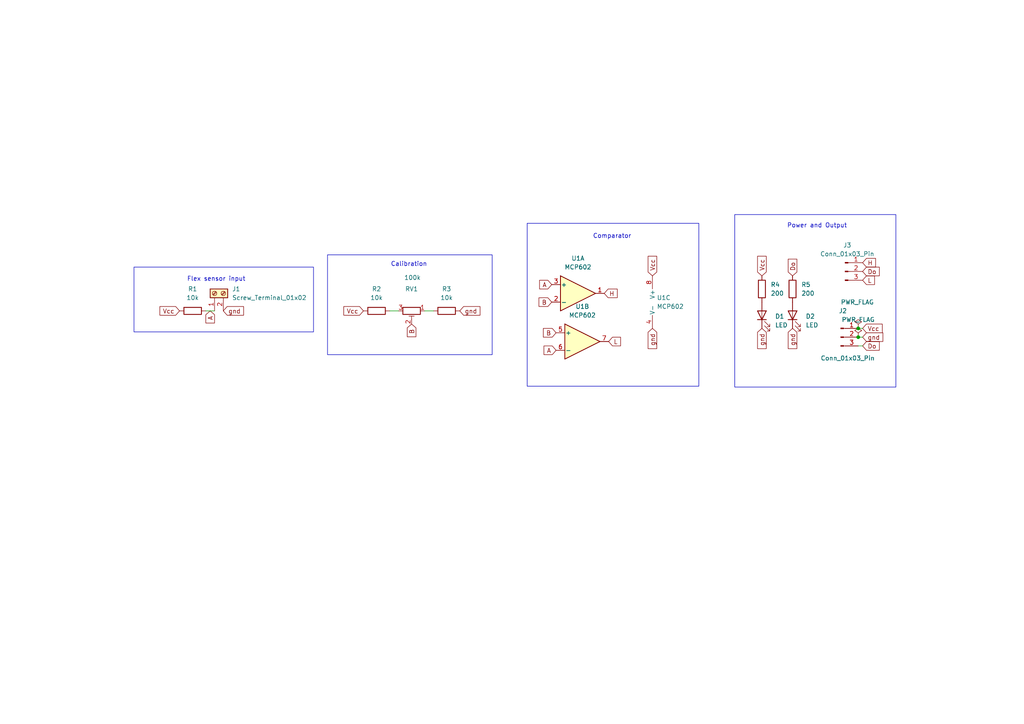
<source format=kicad_sch>
(kicad_sch
	(version 20231120)
	(generator "eeschema")
	(generator_version "8.0")
	(uuid "01abea4b-e70c-473d-9b83-d0e3eb50a365")
	(paper "A4")
	(lib_symbols
		(symbol "Amplifier_Operational:MCP602"
			(pin_names
				(offset 0.127)
			)
			(exclude_from_sim no)
			(in_bom yes)
			(on_board yes)
			(property "Reference" "U"
				(at 0 5.08 0)
				(effects
					(font
						(size 1.27 1.27)
					)
					(justify left)
				)
			)
			(property "Value" "MCP602"
				(at 0 -5.08 0)
				(effects
					(font
						(size 1.27 1.27)
					)
					(justify left)
				)
			)
			(property "Footprint" ""
				(at 0 0 0)
				(effects
					(font
						(size 1.27 1.27)
					)
					(hide yes)
				)
			)
			(property "Datasheet" "http://ww1.microchip.com/downloads/en/DeviceDoc/21314g.pdf"
				(at 0 0 0)
				(effects
					(font
						(size 1.27 1.27)
					)
					(hide yes)
				)
			)
			(property "Description" "Dual 2.7V to 6.0V Single Supply CMOS Op Amps, DIP-8/SOIC-8/TSSOP-8"
				(at 0 0 0)
				(effects
					(font
						(size 1.27 1.27)
					)
					(hide yes)
				)
			)
			(property "ki_locked" ""
				(at 0 0 0)
				(effects
					(font
						(size 1.27 1.27)
					)
				)
			)
			(property "ki_keywords" "dual opamp"
				(at 0 0 0)
				(effects
					(font
						(size 1.27 1.27)
					)
					(hide yes)
				)
			)
			(property "ki_fp_filters" "SOIC*3.9x4.9mm*P1.27mm* DIP*W7.62mm* TO*99* OnSemi*Micro8* TSSOP*3x3mm*P0.65mm* TSSOP*4.4x3mm*P0.65mm* MSOP*3x3mm*P0.65mm* SSOP*3.9x4.9mm*P0.635mm* LFCSP*2x2mm*P0.5mm* *SIP* SOIC*5.3x6.2mm*P1.27mm*"
				(at 0 0 0)
				(effects
					(font
						(size 1.27 1.27)
					)
					(hide yes)
				)
			)
			(symbol "MCP602_1_1"
				(polyline
					(pts
						(xy -5.08 5.08) (xy 5.08 0) (xy -5.08 -5.08) (xy -5.08 5.08)
					)
					(stroke
						(width 0.254)
						(type default)
					)
					(fill
						(type background)
					)
				)
				(pin output line
					(at 7.62 0 180)
					(length 2.54)
					(name "~"
						(effects
							(font
								(size 1.27 1.27)
							)
						)
					)
					(number "1"
						(effects
							(font
								(size 1.27 1.27)
							)
						)
					)
				)
				(pin input line
					(at -7.62 -2.54 0)
					(length 2.54)
					(name "-"
						(effects
							(font
								(size 1.27 1.27)
							)
						)
					)
					(number "2"
						(effects
							(font
								(size 1.27 1.27)
							)
						)
					)
				)
				(pin input line
					(at -7.62 2.54 0)
					(length 2.54)
					(name "+"
						(effects
							(font
								(size 1.27 1.27)
							)
						)
					)
					(number "3"
						(effects
							(font
								(size 1.27 1.27)
							)
						)
					)
				)
			)
			(symbol "MCP602_2_1"
				(polyline
					(pts
						(xy -5.08 5.08) (xy 5.08 0) (xy -5.08 -5.08) (xy -5.08 5.08)
					)
					(stroke
						(width 0.254)
						(type default)
					)
					(fill
						(type background)
					)
				)
				(pin input line
					(at -7.62 2.54 0)
					(length 2.54)
					(name "+"
						(effects
							(font
								(size 1.27 1.27)
							)
						)
					)
					(number "5"
						(effects
							(font
								(size 1.27 1.27)
							)
						)
					)
				)
				(pin input line
					(at -7.62 -2.54 0)
					(length 2.54)
					(name "-"
						(effects
							(font
								(size 1.27 1.27)
							)
						)
					)
					(number "6"
						(effects
							(font
								(size 1.27 1.27)
							)
						)
					)
				)
				(pin output line
					(at 7.62 0 180)
					(length 2.54)
					(name "~"
						(effects
							(font
								(size 1.27 1.27)
							)
						)
					)
					(number "7"
						(effects
							(font
								(size 1.27 1.27)
							)
						)
					)
				)
			)
			(symbol "MCP602_3_1"
				(pin power_in line
					(at -2.54 -7.62 90)
					(length 3.81)
					(name "V-"
						(effects
							(font
								(size 1.27 1.27)
							)
						)
					)
					(number "4"
						(effects
							(font
								(size 1.27 1.27)
							)
						)
					)
				)
				(pin power_in line
					(at -2.54 7.62 270)
					(length 3.81)
					(name "V+"
						(effects
							(font
								(size 1.27 1.27)
							)
						)
					)
					(number "8"
						(effects
							(font
								(size 1.27 1.27)
							)
						)
					)
				)
			)
		)
		(symbol "Connector:Conn_01x03_Pin"
			(pin_names
				(offset 1.016) hide)
			(exclude_from_sim no)
			(in_bom yes)
			(on_board yes)
			(property "Reference" "J"
				(at 0 5.08 0)
				(effects
					(font
						(size 1.27 1.27)
					)
				)
			)
			(property "Value" "Conn_01x03_Pin"
				(at 0 -5.08 0)
				(effects
					(font
						(size 1.27 1.27)
					)
				)
			)
			(property "Footprint" ""
				(at 0 0 0)
				(effects
					(font
						(size 1.27 1.27)
					)
					(hide yes)
				)
			)
			(property "Datasheet" "~"
				(at 0 0 0)
				(effects
					(font
						(size 1.27 1.27)
					)
					(hide yes)
				)
			)
			(property "Description" "Generic connector, single row, 01x03, script generated"
				(at 0 0 0)
				(effects
					(font
						(size 1.27 1.27)
					)
					(hide yes)
				)
			)
			(property "ki_locked" ""
				(at 0 0 0)
				(effects
					(font
						(size 1.27 1.27)
					)
				)
			)
			(property "ki_keywords" "connector"
				(at 0 0 0)
				(effects
					(font
						(size 1.27 1.27)
					)
					(hide yes)
				)
			)
			(property "ki_fp_filters" "Connector*:*_1x??_*"
				(at 0 0 0)
				(effects
					(font
						(size 1.27 1.27)
					)
					(hide yes)
				)
			)
			(symbol "Conn_01x03_Pin_1_1"
				(polyline
					(pts
						(xy 1.27 -2.54) (xy 0.8636 -2.54)
					)
					(stroke
						(width 0.1524)
						(type default)
					)
					(fill
						(type none)
					)
				)
				(polyline
					(pts
						(xy 1.27 0) (xy 0.8636 0)
					)
					(stroke
						(width 0.1524)
						(type default)
					)
					(fill
						(type none)
					)
				)
				(polyline
					(pts
						(xy 1.27 2.54) (xy 0.8636 2.54)
					)
					(stroke
						(width 0.1524)
						(type default)
					)
					(fill
						(type none)
					)
				)
				(rectangle
					(start 0.8636 -2.413)
					(end 0 -2.667)
					(stroke
						(width 0.1524)
						(type default)
					)
					(fill
						(type outline)
					)
				)
				(rectangle
					(start 0.8636 0.127)
					(end 0 -0.127)
					(stroke
						(width 0.1524)
						(type default)
					)
					(fill
						(type outline)
					)
				)
				(rectangle
					(start 0.8636 2.667)
					(end 0 2.413)
					(stroke
						(width 0.1524)
						(type default)
					)
					(fill
						(type outline)
					)
				)
				(pin passive line
					(at 5.08 2.54 180)
					(length 3.81)
					(name "Pin_1"
						(effects
							(font
								(size 1.27 1.27)
							)
						)
					)
					(number "1"
						(effects
							(font
								(size 1.27 1.27)
							)
						)
					)
				)
				(pin passive line
					(at 5.08 0 180)
					(length 3.81)
					(name "Pin_2"
						(effects
							(font
								(size 1.27 1.27)
							)
						)
					)
					(number "2"
						(effects
							(font
								(size 1.27 1.27)
							)
						)
					)
				)
				(pin passive line
					(at 5.08 -2.54 180)
					(length 3.81)
					(name "Pin_3"
						(effects
							(font
								(size 1.27 1.27)
							)
						)
					)
					(number "3"
						(effects
							(font
								(size 1.27 1.27)
							)
						)
					)
				)
			)
		)
		(symbol "Connector:Screw_Terminal_01x02"
			(pin_names
				(offset 1.016) hide)
			(exclude_from_sim no)
			(in_bom yes)
			(on_board yes)
			(property "Reference" "J"
				(at 0 2.54 0)
				(effects
					(font
						(size 1.27 1.27)
					)
				)
			)
			(property "Value" "Screw_Terminal_01x02"
				(at 0 -5.08 0)
				(effects
					(font
						(size 1.27 1.27)
					)
				)
			)
			(property "Footprint" ""
				(at 0 0 0)
				(effects
					(font
						(size 1.27 1.27)
					)
					(hide yes)
				)
			)
			(property "Datasheet" "~"
				(at 0 0 0)
				(effects
					(font
						(size 1.27 1.27)
					)
					(hide yes)
				)
			)
			(property "Description" "Generic screw terminal, single row, 01x02, script generated (kicad-library-utils/schlib/autogen/connector/)"
				(at 0 0 0)
				(effects
					(font
						(size 1.27 1.27)
					)
					(hide yes)
				)
			)
			(property "ki_keywords" "screw terminal"
				(at 0 0 0)
				(effects
					(font
						(size 1.27 1.27)
					)
					(hide yes)
				)
			)
			(property "ki_fp_filters" "TerminalBlock*:*"
				(at 0 0 0)
				(effects
					(font
						(size 1.27 1.27)
					)
					(hide yes)
				)
			)
			(symbol "Screw_Terminal_01x02_1_1"
				(rectangle
					(start -1.27 1.27)
					(end 1.27 -3.81)
					(stroke
						(width 0.254)
						(type default)
					)
					(fill
						(type background)
					)
				)
				(circle
					(center 0 -2.54)
					(radius 0.635)
					(stroke
						(width 0.1524)
						(type default)
					)
					(fill
						(type none)
					)
				)
				(polyline
					(pts
						(xy -0.5334 -2.2098) (xy 0.3302 -3.048)
					)
					(stroke
						(width 0.1524)
						(type default)
					)
					(fill
						(type none)
					)
				)
				(polyline
					(pts
						(xy -0.5334 0.3302) (xy 0.3302 -0.508)
					)
					(stroke
						(width 0.1524)
						(type default)
					)
					(fill
						(type none)
					)
				)
				(polyline
					(pts
						(xy -0.3556 -2.032) (xy 0.508 -2.8702)
					)
					(stroke
						(width 0.1524)
						(type default)
					)
					(fill
						(type none)
					)
				)
				(polyline
					(pts
						(xy -0.3556 0.508) (xy 0.508 -0.3302)
					)
					(stroke
						(width 0.1524)
						(type default)
					)
					(fill
						(type none)
					)
				)
				(circle
					(center 0 0)
					(radius 0.635)
					(stroke
						(width 0.1524)
						(type default)
					)
					(fill
						(type none)
					)
				)
				(pin passive line
					(at -5.08 0 0)
					(length 3.81)
					(name "Pin_1"
						(effects
							(font
								(size 1.27 1.27)
							)
						)
					)
					(number "1"
						(effects
							(font
								(size 1.27 1.27)
							)
						)
					)
				)
				(pin passive line
					(at -5.08 -2.54 0)
					(length 3.81)
					(name "Pin_2"
						(effects
							(font
								(size 1.27 1.27)
							)
						)
					)
					(number "2"
						(effects
							(font
								(size 1.27 1.27)
							)
						)
					)
				)
			)
		)
		(symbol "Device:LED"
			(pin_numbers hide)
			(pin_names
				(offset 1.016) hide)
			(exclude_from_sim no)
			(in_bom yes)
			(on_board yes)
			(property "Reference" "D"
				(at 0 2.54 0)
				(effects
					(font
						(size 1.27 1.27)
					)
				)
			)
			(property "Value" "LED"
				(at 0 -2.54 0)
				(effects
					(font
						(size 1.27 1.27)
					)
				)
			)
			(property "Footprint" ""
				(at 0 0 0)
				(effects
					(font
						(size 1.27 1.27)
					)
					(hide yes)
				)
			)
			(property "Datasheet" "~"
				(at 0 0 0)
				(effects
					(font
						(size 1.27 1.27)
					)
					(hide yes)
				)
			)
			(property "Description" "Light emitting diode"
				(at 0 0 0)
				(effects
					(font
						(size 1.27 1.27)
					)
					(hide yes)
				)
			)
			(property "ki_keywords" "LED diode"
				(at 0 0 0)
				(effects
					(font
						(size 1.27 1.27)
					)
					(hide yes)
				)
			)
			(property "ki_fp_filters" "LED* LED_SMD:* LED_THT:*"
				(at 0 0 0)
				(effects
					(font
						(size 1.27 1.27)
					)
					(hide yes)
				)
			)
			(symbol "LED_0_1"
				(polyline
					(pts
						(xy -1.27 -1.27) (xy -1.27 1.27)
					)
					(stroke
						(width 0.254)
						(type default)
					)
					(fill
						(type none)
					)
				)
				(polyline
					(pts
						(xy -1.27 0) (xy 1.27 0)
					)
					(stroke
						(width 0)
						(type default)
					)
					(fill
						(type none)
					)
				)
				(polyline
					(pts
						(xy 1.27 -1.27) (xy 1.27 1.27) (xy -1.27 0) (xy 1.27 -1.27)
					)
					(stroke
						(width 0.254)
						(type default)
					)
					(fill
						(type none)
					)
				)
				(polyline
					(pts
						(xy -3.048 -0.762) (xy -4.572 -2.286) (xy -3.81 -2.286) (xy -4.572 -2.286) (xy -4.572 -1.524)
					)
					(stroke
						(width 0)
						(type default)
					)
					(fill
						(type none)
					)
				)
				(polyline
					(pts
						(xy -1.778 -0.762) (xy -3.302 -2.286) (xy -2.54 -2.286) (xy -3.302 -2.286) (xy -3.302 -1.524)
					)
					(stroke
						(width 0)
						(type default)
					)
					(fill
						(type none)
					)
				)
			)
			(symbol "LED_1_1"
				(pin passive line
					(at -3.81 0 0)
					(length 2.54)
					(name "K"
						(effects
							(font
								(size 1.27 1.27)
							)
						)
					)
					(number "1"
						(effects
							(font
								(size 1.27 1.27)
							)
						)
					)
				)
				(pin passive line
					(at 3.81 0 180)
					(length 2.54)
					(name "A"
						(effects
							(font
								(size 1.27 1.27)
							)
						)
					)
					(number "2"
						(effects
							(font
								(size 1.27 1.27)
							)
						)
					)
				)
			)
		)
		(symbol "Device:R"
			(pin_numbers hide)
			(pin_names
				(offset 0)
			)
			(exclude_from_sim no)
			(in_bom yes)
			(on_board yes)
			(property "Reference" "R"
				(at 2.032 0 90)
				(effects
					(font
						(size 1.27 1.27)
					)
				)
			)
			(property "Value" "R"
				(at 0 0 90)
				(effects
					(font
						(size 1.27 1.27)
					)
				)
			)
			(property "Footprint" ""
				(at -1.778 0 90)
				(effects
					(font
						(size 1.27 1.27)
					)
					(hide yes)
				)
			)
			(property "Datasheet" "~"
				(at 0 0 0)
				(effects
					(font
						(size 1.27 1.27)
					)
					(hide yes)
				)
			)
			(property "Description" "Resistor"
				(at 0 0 0)
				(effects
					(font
						(size 1.27 1.27)
					)
					(hide yes)
				)
			)
			(property "ki_keywords" "R res resistor"
				(at 0 0 0)
				(effects
					(font
						(size 1.27 1.27)
					)
					(hide yes)
				)
			)
			(property "ki_fp_filters" "R_*"
				(at 0 0 0)
				(effects
					(font
						(size 1.27 1.27)
					)
					(hide yes)
				)
			)
			(symbol "R_0_1"
				(rectangle
					(start -1.016 -2.54)
					(end 1.016 2.54)
					(stroke
						(width 0.254)
						(type default)
					)
					(fill
						(type none)
					)
				)
			)
			(symbol "R_1_1"
				(pin passive line
					(at 0 3.81 270)
					(length 1.27)
					(name "~"
						(effects
							(font
								(size 1.27 1.27)
							)
						)
					)
					(number "1"
						(effects
							(font
								(size 1.27 1.27)
							)
						)
					)
				)
				(pin passive line
					(at 0 -3.81 90)
					(length 1.27)
					(name "~"
						(effects
							(font
								(size 1.27 1.27)
							)
						)
					)
					(number "2"
						(effects
							(font
								(size 1.27 1.27)
							)
						)
					)
				)
			)
		)
		(symbol "Device:R_Potentiometer_Trim"
			(pin_names
				(offset 1.016) hide)
			(exclude_from_sim no)
			(in_bom yes)
			(on_board yes)
			(property "Reference" "RV"
				(at -4.445 0 90)
				(effects
					(font
						(size 1.27 1.27)
					)
				)
			)
			(property "Value" "R_Potentiometer_Trim"
				(at -2.54 0 90)
				(effects
					(font
						(size 1.27 1.27)
					)
				)
			)
			(property "Footprint" ""
				(at 0 0 0)
				(effects
					(font
						(size 1.27 1.27)
					)
					(hide yes)
				)
			)
			(property "Datasheet" "~"
				(at 0 0 0)
				(effects
					(font
						(size 1.27 1.27)
					)
					(hide yes)
				)
			)
			(property "Description" "Trim-potentiometer"
				(at 0 0 0)
				(effects
					(font
						(size 1.27 1.27)
					)
					(hide yes)
				)
			)
			(property "ki_keywords" "resistor variable trimpot trimmer"
				(at 0 0 0)
				(effects
					(font
						(size 1.27 1.27)
					)
					(hide yes)
				)
			)
			(property "ki_fp_filters" "Potentiometer*"
				(at 0 0 0)
				(effects
					(font
						(size 1.27 1.27)
					)
					(hide yes)
				)
			)
			(symbol "R_Potentiometer_Trim_0_1"
				(polyline
					(pts
						(xy 1.524 0.762) (xy 1.524 -0.762)
					)
					(stroke
						(width 0)
						(type default)
					)
					(fill
						(type none)
					)
				)
				(polyline
					(pts
						(xy 2.54 0) (xy 1.524 0)
					)
					(stroke
						(width 0)
						(type default)
					)
					(fill
						(type none)
					)
				)
				(rectangle
					(start 1.016 2.54)
					(end -1.016 -2.54)
					(stroke
						(width 0.254)
						(type default)
					)
					(fill
						(type none)
					)
				)
			)
			(symbol "R_Potentiometer_Trim_1_1"
				(pin passive line
					(at 0 3.81 270)
					(length 1.27)
					(name "1"
						(effects
							(font
								(size 1.27 1.27)
							)
						)
					)
					(number "1"
						(effects
							(font
								(size 1.27 1.27)
							)
						)
					)
				)
				(pin passive line
					(at 3.81 0 180)
					(length 1.27)
					(name "2"
						(effects
							(font
								(size 1.27 1.27)
							)
						)
					)
					(number "2"
						(effects
							(font
								(size 1.27 1.27)
							)
						)
					)
				)
				(pin passive line
					(at 0 -3.81 90)
					(length 1.27)
					(name "3"
						(effects
							(font
								(size 1.27 1.27)
							)
						)
					)
					(number "3"
						(effects
							(font
								(size 1.27 1.27)
							)
						)
					)
				)
			)
		)
		(symbol "power:PWR_FLAG"
			(power)
			(pin_numbers hide)
			(pin_names
				(offset 0) hide)
			(exclude_from_sim no)
			(in_bom yes)
			(on_board yes)
			(property "Reference" "#FLG"
				(at 0 1.905 0)
				(effects
					(font
						(size 1.27 1.27)
					)
					(hide yes)
				)
			)
			(property "Value" "PWR_FLAG"
				(at 0 3.81 0)
				(effects
					(font
						(size 1.27 1.27)
					)
				)
			)
			(property "Footprint" ""
				(at 0 0 0)
				(effects
					(font
						(size 1.27 1.27)
					)
					(hide yes)
				)
			)
			(property "Datasheet" "~"
				(at 0 0 0)
				(effects
					(font
						(size 1.27 1.27)
					)
					(hide yes)
				)
			)
			(property "Description" "Special symbol for telling ERC where power comes from"
				(at 0 0 0)
				(effects
					(font
						(size 1.27 1.27)
					)
					(hide yes)
				)
			)
			(property "ki_keywords" "flag power"
				(at 0 0 0)
				(effects
					(font
						(size 1.27 1.27)
					)
					(hide yes)
				)
			)
			(symbol "PWR_FLAG_0_0"
				(pin power_out line
					(at 0 0 90)
					(length 0)
					(name "~"
						(effects
							(font
								(size 1.27 1.27)
							)
						)
					)
					(number "1"
						(effects
							(font
								(size 1.27 1.27)
							)
						)
					)
				)
			)
			(symbol "PWR_FLAG_0_1"
				(polyline
					(pts
						(xy 0 0) (xy 0 1.27) (xy -1.016 1.905) (xy 0 2.54) (xy 1.016 1.905) (xy 0 1.27)
					)
					(stroke
						(width 0)
						(type default)
					)
					(fill
						(type none)
					)
				)
			)
		)
	)
	(junction
		(at 248.92 97.79)
		(diameter 0)
		(color 0 0 0 0)
		(uuid "02899bcc-d1f6-462e-a741-ee83c3e306cc")
	)
	(junction
		(at 248.92 95.25)
		(diameter 0)
		(color 0 0 0 0)
		(uuid "c1a3c477-d26e-4d5c-9b49-6958314cdd69")
	)
	(wire
		(pts
			(xy 123.19 90.17) (xy 125.73 90.17)
		)
		(stroke
			(width 0)
			(type default)
		)
		(uuid "54377d9f-2796-4db3-8e6a-3842bb3cc0f4")
	)
	(wire
		(pts
			(xy 113.03 90.17) (xy 115.57 90.17)
		)
		(stroke
			(width 0)
			(type default)
		)
		(uuid "81a3da08-cbd6-4680-8f46-8116c7636fd9")
	)
	(wire
		(pts
			(xy 250.19 100.33) (xy 248.92 100.33)
		)
		(stroke
			(width 0)
			(type default)
		)
		(uuid "b015e7fc-4b4b-4981-bae9-7e3a607dd61e")
	)
	(wire
		(pts
			(xy 250.19 97.79) (xy 248.92 97.79)
		)
		(stroke
			(width 0)
			(type default)
		)
		(uuid "d0004010-8ce1-4a86-81a4-c4f9f13e37bd")
	)
	(wire
		(pts
			(xy 59.69 90.17) (xy 62.23 90.17)
		)
		(stroke
			(width 0)
			(type default)
		)
		(uuid "d12d38e0-7ccb-46d0-9a85-7cfffa9ced1e")
	)
	(wire
		(pts
			(xy 250.19 95.25) (xy 248.92 95.25)
		)
		(stroke
			(width 0)
			(type default)
		)
		(uuid "f2008c99-5796-47cd-8c12-bce897e5a94f")
	)
	(rectangle
		(start 213.106 62.23)
		(end 259.842 112.268)
		(stroke
			(width 0)
			(type default)
		)
		(fill
			(type none)
		)
		(uuid 34319181-034f-439b-bef7-fef85b2d1abd)
	)
	(rectangle
		(start 38.862 77.47)
		(end 90.932 96.266)
		(stroke
			(width 0)
			(type default)
		)
		(fill
			(type none)
		)
		(uuid 3c57f1eb-a890-45e2-a2fe-a3d5a110111b)
	)
	(rectangle
		(start 94.996 73.914)
		(end 142.748 102.87)
		(stroke
			(width 0)
			(type default)
		)
		(fill
			(type none)
		)
		(uuid aabdc8c4-af6b-4290-9506-5eafc9fd511f)
	)
	(rectangle
		(start 152.908 64.77)
		(end 202.692 112.014)
		(stroke
			(width 0)
			(type default)
		)
		(fill
			(type none)
		)
		(uuid f9174e7c-6f87-4b76-88a9-5ab0ef724db2)
	)
	(text "Power and Output\n"
		(exclude_from_sim no)
		(at 236.982 65.532 0)
		(effects
			(font
				(size 1.27 1.27)
			)
		)
		(uuid "38a1363c-ad60-420b-8d7f-b0f3aeac6418")
	)
	(text "Flex sensor input\n\n"
		(exclude_from_sim no)
		(at 62.738 82.042 0)
		(effects
			(font
				(size 1.27 1.27)
			)
		)
		(uuid "818a29cd-16a4-4de8-aa56-54563b0b2806")
	)
	(text "Comparator\n"
		(exclude_from_sim no)
		(at 177.546 68.58 0)
		(effects
			(font
				(size 1.27 1.27)
			)
		)
		(uuid "c9cc592f-27d7-4e52-94bb-1e2a57eb8eb8")
	)
	(text "Calibration\n"
		(exclude_from_sim no)
		(at 118.618 76.708 0)
		(effects
			(font
				(size 1.27 1.27)
			)
		)
		(uuid "dd7c9848-951b-4ca1-aca9-43c5476f159c")
	)
	(global_label "L"
		(shape input)
		(at 176.53 99.06 0)
		(fields_autoplaced yes)
		(effects
			(font
				(size 1.27 1.27)
			)
			(justify left)
		)
		(uuid "037eff60-651a-4587-bc74-ac1a453cdabf")
		(property "Intersheetrefs" "${INTERSHEET_REFS}"
			(at 180.5433 99.06 0)
			(effects
				(font
					(size 1.27 1.27)
				)
				(justify left)
				(hide yes)
			)
		)
	)
	(global_label "B"
		(shape input)
		(at 161.29 96.52 180)
		(fields_autoplaced yes)
		(effects
			(font
				(size 1.27 1.27)
			)
			(justify right)
		)
		(uuid "1077face-85ed-410e-9889-7199543fa2f5")
		(property "Intersheetrefs" "${INTERSHEET_REFS}"
			(at 157.0348 96.52 0)
			(effects
				(font
					(size 1.27 1.27)
				)
				(justify right)
				(hide yes)
			)
		)
	)
	(global_label "L"
		(shape input)
		(at 250.19 81.28 0)
		(fields_autoplaced yes)
		(effects
			(font
				(size 1.27 1.27)
			)
			(justify left)
		)
		(uuid "1e4f2241-22d5-4efa-8198-b3e81595d988")
		(property "Intersheetrefs" "${INTERSHEET_REFS}"
			(at 254.2033 81.28 0)
			(effects
				(font
					(size 1.27 1.27)
				)
				(justify left)
				(hide yes)
			)
		)
	)
	(global_label "Vcc"
		(shape input)
		(at 189.23 80.01 90)
		(fields_autoplaced yes)
		(effects
			(font
				(size 1.27 1.27)
			)
			(justify left)
		)
		(uuid "26877958-27ff-46df-afd1-b4347f3d12fa")
		(property "Intersheetrefs" "${INTERSHEET_REFS}"
			(at 189.23 73.759 90)
			(effects
				(font
					(size 1.27 1.27)
				)
				(justify left)
				(hide yes)
			)
		)
	)
	(global_label "Vcc"
		(shape input)
		(at 52.07 90.17 180)
		(fields_autoplaced yes)
		(effects
			(font
				(size 1.27 1.27)
			)
			(justify right)
		)
		(uuid "3ab565a7-d6ad-4b38-9687-591ea10c4844")
		(property "Intersheetrefs" "${INTERSHEET_REFS}"
			(at 45.819 90.17 0)
			(effects
				(font
					(size 1.27 1.27)
				)
				(justify right)
				(hide yes)
			)
		)
	)
	(global_label "gnd"
		(shape input)
		(at 189.23 95.25 270)
		(fields_autoplaced yes)
		(effects
			(font
				(size 1.27 1.27)
			)
			(justify right)
		)
		(uuid "4973fee6-8042-463c-a9fe-329e047cce93")
		(property "Intersheetrefs" "${INTERSHEET_REFS}"
			(at 189.23 101.6822 90)
			(effects
				(font
					(size 1.27 1.27)
				)
				(justify right)
				(hide yes)
			)
		)
	)
	(global_label "gnd"
		(shape input)
		(at 229.87 95.25 270)
		(fields_autoplaced yes)
		(effects
			(font
				(size 1.27 1.27)
			)
			(justify right)
		)
		(uuid "5cc5afd2-3c18-446e-ba95-d79633592416")
		(property "Intersheetrefs" "${INTERSHEET_REFS}"
			(at 229.87 101.6822 90)
			(effects
				(font
					(size 1.27 1.27)
				)
				(justify right)
				(hide yes)
			)
		)
	)
	(global_label "B"
		(shape input)
		(at 160.02 87.63 180)
		(fields_autoplaced yes)
		(effects
			(font
				(size 1.27 1.27)
			)
			(justify right)
		)
		(uuid "5e588665-7b9c-436c-9ca5-510ea3252229")
		(property "Intersheetrefs" "${INTERSHEET_REFS}"
			(at 155.7648 87.63 0)
			(effects
				(font
					(size 1.27 1.27)
				)
				(justify right)
				(hide yes)
			)
		)
	)
	(global_label "gnd"
		(shape input)
		(at 133.35 90.17 0)
		(fields_autoplaced yes)
		(effects
			(font
				(size 1.27 1.27)
			)
			(justify left)
		)
		(uuid "6654e688-869f-4afa-93f2-6737f46f0233")
		(property "Intersheetrefs" "${INTERSHEET_REFS}"
			(at 139.7822 90.17 0)
			(effects
				(font
					(size 1.27 1.27)
				)
				(justify left)
				(hide yes)
			)
		)
	)
	(global_label "gnd"
		(shape input)
		(at 220.98 95.25 270)
		(fields_autoplaced yes)
		(effects
			(font
				(size 1.27 1.27)
			)
			(justify right)
		)
		(uuid "71fd983e-30e3-4601-943f-958c4caf1809")
		(property "Intersheetrefs" "${INTERSHEET_REFS}"
			(at 220.98 101.6822 90)
			(effects
				(font
					(size 1.27 1.27)
				)
				(justify right)
				(hide yes)
			)
		)
	)
	(global_label "B"
		(shape input)
		(at 119.38 93.98 270)
		(fields_autoplaced yes)
		(effects
			(font
				(size 1.27 1.27)
			)
			(justify right)
		)
		(uuid "75358543-a709-4aaa-b202-c0fc161906d8")
		(property "Intersheetrefs" "${INTERSHEET_REFS}"
			(at 119.38 98.2352 90)
			(effects
				(font
					(size 1.27 1.27)
				)
				(justify right)
				(hide yes)
			)
		)
	)
	(global_label "gnd"
		(shape input)
		(at 64.77 90.17 0)
		(fields_autoplaced yes)
		(effects
			(font
				(size 1.27 1.27)
			)
			(justify left)
		)
		(uuid "88b359cb-4e83-4423-af34-0cd15b2254f5")
		(property "Intersheetrefs" "${INTERSHEET_REFS}"
			(at 71.2022 90.17 0)
			(effects
				(font
					(size 1.27 1.27)
				)
				(justify left)
				(hide yes)
			)
		)
	)
	(global_label "Do"
		(shape input)
		(at 250.19 100.33 0)
		(fields_autoplaced yes)
		(effects
			(font
				(size 1.27 1.27)
			)
			(justify left)
		)
		(uuid "8b9f9a9d-58ca-44cf-af92-6d7fbea87ab3")
		(property "Intersheetrefs" "${INTERSHEET_REFS}"
			(at 255.5942 100.33 0)
			(effects
				(font
					(size 1.27 1.27)
				)
				(justify left)
				(hide yes)
			)
		)
	)
	(global_label "A"
		(shape input)
		(at 160.02 82.55 180)
		(fields_autoplaced yes)
		(effects
			(font
				(size 1.27 1.27)
			)
			(justify right)
		)
		(uuid "8cdb56d3-2114-41a1-8104-e70c5f5784f9")
		(property "Intersheetrefs" "${INTERSHEET_REFS}"
			(at 155.9462 82.55 0)
			(effects
				(font
					(size 1.27 1.27)
				)
				(justify right)
				(hide yes)
			)
		)
	)
	(global_label "gnd"
		(shape input)
		(at 250.19 97.79 0)
		(fields_autoplaced yes)
		(effects
			(font
				(size 1.27 1.27)
			)
			(justify left)
		)
		(uuid "93e99fd9-a1b0-4089-862b-2f30f2df0753")
		(property "Intersheetrefs" "${INTERSHEET_REFS}"
			(at 256.6222 97.79 0)
			(effects
				(font
					(size 1.27 1.27)
				)
				(justify left)
				(hide yes)
			)
		)
	)
	(global_label "Vcc"
		(shape input)
		(at 105.41 90.17 180)
		(fields_autoplaced yes)
		(effects
			(font
				(size 1.27 1.27)
			)
			(justify right)
		)
		(uuid "a99311a6-2a5c-48d0-ac87-9c9968708b61")
		(property "Intersheetrefs" "${INTERSHEET_REFS}"
			(at 99.159 90.17 0)
			(effects
				(font
					(size 1.27 1.27)
				)
				(justify right)
				(hide yes)
			)
		)
	)
	(global_label "A"
		(shape input)
		(at 161.29 101.6 180)
		(fields_autoplaced yes)
		(effects
			(font
				(size 1.27 1.27)
			)
			(justify right)
		)
		(uuid "acb1cbc0-79b1-4645-90e2-d40554ac8d0e")
		(property "Intersheetrefs" "${INTERSHEET_REFS}"
			(at 157.2162 101.6 0)
			(effects
				(font
					(size 1.27 1.27)
				)
				(justify right)
				(hide yes)
			)
		)
	)
	(global_label "H"
		(shape input)
		(at 250.19 76.2 0)
		(fields_autoplaced yes)
		(effects
			(font
				(size 1.27 1.27)
			)
			(justify left)
		)
		(uuid "af0ad5d6-9b41-4829-9265-a30cb22f3568")
		(property "Intersheetrefs" "${INTERSHEET_REFS}"
			(at 254.5057 76.2 0)
			(effects
				(font
					(size 1.27 1.27)
				)
				(justify left)
				(hide yes)
			)
		)
	)
	(global_label "Vcc"
		(shape input)
		(at 220.98 80.01 90)
		(fields_autoplaced yes)
		(effects
			(font
				(size 1.27 1.27)
			)
			(justify left)
		)
		(uuid "b3ae159c-0d7d-4256-aaf9-de1b787cb843")
		(property "Intersheetrefs" "${INTERSHEET_REFS}"
			(at 220.98 73.759 90)
			(effects
				(font
					(size 1.27 1.27)
				)
				(justify left)
				(hide yes)
			)
		)
	)
	(global_label "Do"
		(shape input)
		(at 229.87 80.01 90)
		(fields_autoplaced yes)
		(effects
			(font
				(size 1.27 1.27)
			)
			(justify left)
		)
		(uuid "b6517285-5bdf-4f95-9678-58b8d0fdcdbe")
		(property "Intersheetrefs" "${INTERSHEET_REFS}"
			(at 229.87 74.6058 90)
			(effects
				(font
					(size 1.27 1.27)
				)
				(justify left)
				(hide yes)
			)
		)
	)
	(global_label "Vcc"
		(shape input)
		(at 250.19 95.25 0)
		(fields_autoplaced yes)
		(effects
			(font
				(size 1.27 1.27)
			)
			(justify left)
		)
		(uuid "b9e46a90-6961-4237-a0da-c8c56867eb08")
		(property "Intersheetrefs" "${INTERSHEET_REFS}"
			(at 256.441 95.25 0)
			(effects
				(font
					(size 1.27 1.27)
				)
				(justify left)
				(hide yes)
			)
		)
	)
	(global_label "Do"
		(shape input)
		(at 250.19 78.74 0)
		(fields_autoplaced yes)
		(effects
			(font
				(size 1.27 1.27)
			)
			(justify left)
		)
		(uuid "c234f62a-36f7-4779-a77c-85ed1f1c2ff3")
		(property "Intersheetrefs" "${INTERSHEET_REFS}"
			(at 255.5942 78.74 0)
			(effects
				(font
					(size 1.27 1.27)
				)
				(justify left)
				(hide yes)
			)
		)
	)
	(global_label "H"
		(shape input)
		(at 175.26 85.09 0)
		(fields_autoplaced yes)
		(effects
			(font
				(size 1.27 1.27)
			)
			(justify left)
		)
		(uuid "cfb9e61c-39ce-4628-b6ab-861eba5fcc9e")
		(property "Intersheetrefs" "${INTERSHEET_REFS}"
			(at 179.5757 85.09 0)
			(effects
				(font
					(size 1.27 1.27)
				)
				(justify left)
				(hide yes)
			)
		)
	)
	(global_label "A"
		(shape input)
		(at 60.96 90.17 270)
		(fields_autoplaced yes)
		(effects
			(font
				(size 1.27 1.27)
			)
			(justify right)
		)
		(uuid "e7eda989-0857-4bea-b07a-4ea1d87be3d1")
		(property "Intersheetrefs" "${INTERSHEET_REFS}"
			(at 60.96 94.2438 90)
			(effects
				(font
					(size 1.27 1.27)
				)
				(justify right)
				(hide yes)
			)
		)
	)
	(symbol
		(lib_id "Amplifier_Operational:MCP602")
		(at 168.91 99.06 0)
		(unit 2)
		(exclude_from_sim no)
		(in_bom yes)
		(on_board yes)
		(dnp no)
		(fields_autoplaced yes)
		(uuid "070c2c8f-6597-42b5-a961-40ec1bba3ac0")
		(property "Reference" "U1"
			(at 168.91 88.9 0)
			(effects
				(font
					(size 1.27 1.27)
				)
			)
		)
		(property "Value" "MCP602"
			(at 168.91 91.44 0)
			(effects
				(font
					(size 1.27 1.27)
				)
			)
		)
		(property "Footprint" "Package_DIP:DIP-8_W7.62mm"
			(at 168.91 99.06 0)
			(effects
				(font
					(size 1.27 1.27)
				)
				(hide yes)
			)
		)
		(property "Datasheet" "http://ww1.microchip.com/downloads/en/DeviceDoc/21314g.pdf"
			(at 168.91 99.06 0)
			(effects
				(font
					(size 1.27 1.27)
				)
				(hide yes)
			)
		)
		(property "Description" "Dual 2.7V to 6.0V Single Supply CMOS Op Amps, DIP-8/SOIC-8/TSSOP-8"
			(at 168.91 99.06 0)
			(effects
				(font
					(size 1.27 1.27)
				)
				(hide yes)
			)
		)
		(pin "3"
			(uuid "a92c0777-7d4d-42d8-846b-53a5e48fee92")
		)
		(pin "5"
			(uuid "8e60a600-9fee-4ce5-9629-07688e06234b")
		)
		(pin "8"
			(uuid "bc72cef0-1223-44c7-9871-721826a16a58")
		)
		(pin "6"
			(uuid "798fd8b8-f073-42b5-a271-8de70fc295a0")
		)
		(pin "1"
			(uuid "a55978e6-0851-421c-a55e-d614a8bc9bb6")
		)
		(pin "7"
			(uuid "51f51ffb-7a9d-4102-9131-e737c88886d2")
		)
		(pin "2"
			(uuid "7a4c66af-e667-459b-9cc0-e7bd5d48a971")
		)
		(pin "4"
			(uuid "779554b4-b937-4771-bd90-b2a9c91aa9ce")
		)
		(instances
			(project "Sensortech_flex"
				(path "/01abea4b-e70c-473d-9b83-d0e3eb50a365"
					(reference "U1")
					(unit 2)
				)
			)
		)
	)
	(symbol
		(lib_id "Device:LED")
		(at 220.98 91.44 90)
		(unit 1)
		(exclude_from_sim no)
		(in_bom yes)
		(on_board yes)
		(dnp no)
		(fields_autoplaced yes)
		(uuid "33ee4fdd-8cdc-4b21-80a2-2f69f7a79967")
		(property "Reference" "D1"
			(at 224.79 91.7574 90)
			(effects
				(font
					(size 1.27 1.27)
				)
				(justify right)
			)
		)
		(property "Value" "LED"
			(at 224.79 94.2974 90)
			(effects
				(font
					(size 1.27 1.27)
				)
				(justify right)
			)
		)
		(property "Footprint" "LED_SMD:LED_0805_2012Metric_Pad1.15x1.40mm_HandSolder"
			(at 220.98 91.44 0)
			(effects
				(font
					(size 1.27 1.27)
				)
				(hide yes)
			)
		)
		(property "Datasheet" "~"
			(at 220.98 91.44 0)
			(effects
				(font
					(size 1.27 1.27)
				)
				(hide yes)
			)
		)
		(property "Description" "Light emitting diode"
			(at 220.98 91.44 0)
			(effects
				(font
					(size 1.27 1.27)
				)
				(hide yes)
			)
		)
		(pin "2"
			(uuid "0f7024be-e354-4cbe-8386-aca5ceaf4103")
		)
		(pin "1"
			(uuid "6527e3cd-410f-4b17-82ab-6756e1bb9e50")
		)
		(instances
			(project "Sensortech_flex"
				(path "/01abea4b-e70c-473d-9b83-d0e3eb50a365"
					(reference "D1")
					(unit 1)
				)
			)
		)
	)
	(symbol
		(lib_id "power:PWR_FLAG")
		(at 248.92 97.79 0)
		(unit 1)
		(exclude_from_sim no)
		(in_bom yes)
		(on_board yes)
		(dnp no)
		(fields_autoplaced yes)
		(uuid "3d65c5fc-91dd-44e2-8fb7-a1996b904367")
		(property "Reference" "#FLG02"
			(at 248.92 95.885 0)
			(effects
				(font
					(size 1.27 1.27)
				)
				(hide yes)
			)
		)
		(property "Value" "PWR_FLAG"
			(at 248.92 92.71 0)
			(effects
				(font
					(size 1.27 1.27)
				)
			)
		)
		(property "Footprint" ""
			(at 248.92 97.79 0)
			(effects
				(font
					(size 1.27 1.27)
				)
				(hide yes)
			)
		)
		(property "Datasheet" "~"
			(at 248.92 97.79 0)
			(effects
				(font
					(size 1.27 1.27)
				)
				(hide yes)
			)
		)
		(property "Description" "Special symbol for telling ERC where power comes from"
			(at 248.92 97.79 0)
			(effects
				(font
					(size 1.27 1.27)
				)
				(hide yes)
			)
		)
		(pin "1"
			(uuid "b5adab1d-8d63-4a14-994f-a23294f5dddc")
		)
		(instances
			(project "Sensortech_flex"
				(path "/01abea4b-e70c-473d-9b83-d0e3eb50a365"
					(reference "#FLG02")
					(unit 1)
				)
			)
		)
	)
	(symbol
		(lib_id "Device:LED")
		(at 229.87 91.44 90)
		(unit 1)
		(exclude_from_sim no)
		(in_bom yes)
		(on_board yes)
		(dnp no)
		(fields_autoplaced yes)
		(uuid "498bf58d-480e-46e1-8a26-ae323404237d")
		(property "Reference" "D2"
			(at 233.68 91.7574 90)
			(effects
				(font
					(size 1.27 1.27)
				)
				(justify right)
			)
		)
		(property "Value" "LED"
			(at 233.68 94.2974 90)
			(effects
				(font
					(size 1.27 1.27)
				)
				(justify right)
			)
		)
		(property "Footprint" "LED_SMD:LED_0805_2012Metric_Pad1.15x1.40mm_HandSolder"
			(at 229.87 91.44 0)
			(effects
				(font
					(size 1.27 1.27)
				)
				(hide yes)
			)
		)
		(property "Datasheet" "~"
			(at 229.87 91.44 0)
			(effects
				(font
					(size 1.27 1.27)
				)
				(hide yes)
			)
		)
		(property "Description" "Light emitting diode"
			(at 229.87 91.44 0)
			(effects
				(font
					(size 1.27 1.27)
				)
				(hide yes)
			)
		)
		(pin "2"
			(uuid "4f1936f0-4134-4774-be07-4e99d9c208d6")
		)
		(pin "1"
			(uuid "c844e2c9-d0ef-499b-977b-ff7c76b162ea")
		)
		(instances
			(project "Sensortech_flex"
				(path "/01abea4b-e70c-473d-9b83-d0e3eb50a365"
					(reference "D2")
					(unit 1)
				)
			)
		)
	)
	(symbol
		(lib_id "Device:R")
		(at 129.54 90.17 90)
		(unit 1)
		(exclude_from_sim no)
		(in_bom yes)
		(on_board yes)
		(dnp no)
		(fields_autoplaced yes)
		(uuid "6e13614a-da19-4450-bba8-85ba8de901d0")
		(property "Reference" "R3"
			(at 129.54 83.82 90)
			(effects
				(font
					(size 1.27 1.27)
				)
			)
		)
		(property "Value" "10k"
			(at 129.54 86.36 90)
			(effects
				(font
					(size 1.27 1.27)
				)
			)
		)
		(property "Footprint" "Resistor_SMD:R_0805_2012Metric_Pad1.20x1.40mm_HandSolder"
			(at 129.54 91.948 90)
			(effects
				(font
					(size 1.27 1.27)
				)
				(hide yes)
			)
		)
		(property "Datasheet" "~"
			(at 129.54 90.17 0)
			(effects
				(font
					(size 1.27 1.27)
				)
				(hide yes)
			)
		)
		(property "Description" "Resistor"
			(at 129.54 90.17 0)
			(effects
				(font
					(size 1.27 1.27)
				)
				(hide yes)
			)
		)
		(pin "2"
			(uuid "3faa1e2b-8fab-4144-bf0d-81c40388adef")
		)
		(pin "1"
			(uuid "03b29dc0-ec9e-4734-ab23-ab4ff9289f54")
		)
		(instances
			(project "Sensortech_flex"
				(path "/01abea4b-e70c-473d-9b83-d0e3eb50a365"
					(reference "R3")
					(unit 1)
				)
			)
		)
	)
	(symbol
		(lib_id "Device:R")
		(at 220.98 83.82 0)
		(unit 1)
		(exclude_from_sim no)
		(in_bom yes)
		(on_board yes)
		(dnp no)
		(fields_autoplaced yes)
		(uuid "8ff36e04-43be-44f4-9674-21ad585390e4")
		(property "Reference" "R4"
			(at 223.52 82.5499 0)
			(effects
				(font
					(size 1.27 1.27)
				)
				(justify left)
			)
		)
		(property "Value" "200"
			(at 223.52 85.0899 0)
			(effects
				(font
					(size 1.27 1.27)
				)
				(justify left)
			)
		)
		(property "Footprint" "Resistor_SMD:R_0805_2012Metric_Pad1.20x1.40mm_HandSolder"
			(at 219.202 83.82 90)
			(effects
				(font
					(size 1.27 1.27)
				)
				(hide yes)
			)
		)
		(property "Datasheet" "~"
			(at 220.98 83.82 0)
			(effects
				(font
					(size 1.27 1.27)
				)
				(hide yes)
			)
		)
		(property "Description" "Resistor"
			(at 220.98 83.82 0)
			(effects
				(font
					(size 1.27 1.27)
				)
				(hide yes)
			)
		)
		(pin "2"
			(uuid "68299d0e-9ac1-440e-8fa8-2269675b3ee5")
		)
		(pin "1"
			(uuid "7491b6f8-c868-4040-bebf-bac42a97b956")
		)
		(instances
			(project "Sensortech_flex"
				(path "/01abea4b-e70c-473d-9b83-d0e3eb50a365"
					(reference "R4")
					(unit 1)
				)
			)
		)
	)
	(symbol
		(lib_id "Connector:Conn_01x03_Pin")
		(at 243.84 97.79 0)
		(unit 1)
		(exclude_from_sim no)
		(in_bom yes)
		(on_board yes)
		(dnp no)
		(uuid "924b9a9a-3fdc-49d5-8791-792d1d0c8153")
		(property "Reference" "J2"
			(at 244.475 90.17 0)
			(effects
				(font
					(size 1.27 1.27)
				)
			)
		)
		(property "Value" "Conn_01x03_Pin"
			(at 245.872 103.886 0)
			(effects
				(font
					(size 1.27 1.27)
				)
			)
		)
		(property "Footprint" "Connector_PinHeader_2.54mm:PinHeader_1x03_P2.54mm_Vertical"
			(at 243.84 97.79 0)
			(effects
				(font
					(size 1.27 1.27)
				)
				(hide yes)
			)
		)
		(property "Datasheet" "~"
			(at 243.84 97.79 0)
			(effects
				(font
					(size 1.27 1.27)
				)
				(hide yes)
			)
		)
		(property "Description" "Generic connector, single row, 01x03, script generated"
			(at 243.84 97.79 0)
			(effects
				(font
					(size 1.27 1.27)
				)
				(hide yes)
			)
		)
		(pin "3"
			(uuid "51651b3e-056f-44ca-ad56-16f629a117b7")
		)
		(pin "1"
			(uuid "3f11d2e3-6656-4d34-9938-2f50fe88194d")
		)
		(pin "2"
			(uuid "e41effcc-fed5-44f7-83b1-b706776cc03d")
		)
		(instances
			(project "Sensortech_flex"
				(path "/01abea4b-e70c-473d-9b83-d0e3eb50a365"
					(reference "J2")
					(unit 1)
				)
			)
		)
	)
	(symbol
		(lib_id "Device:R")
		(at 229.87 83.82 0)
		(unit 1)
		(exclude_from_sim no)
		(in_bom yes)
		(on_board yes)
		(dnp no)
		(fields_autoplaced yes)
		(uuid "a3020c3a-ab12-4b65-af0e-b2889850a49b")
		(property "Reference" "R5"
			(at 232.41 82.5499 0)
			(effects
				(font
					(size 1.27 1.27)
				)
				(justify left)
			)
		)
		(property "Value" "200"
			(at 232.41 85.0899 0)
			(effects
				(font
					(size 1.27 1.27)
				)
				(justify left)
			)
		)
		(property "Footprint" "Resistor_SMD:R_0805_2012Metric_Pad1.20x1.40mm_HandSolder"
			(at 228.092 83.82 90)
			(effects
				(font
					(size 1.27 1.27)
				)
				(hide yes)
			)
		)
		(property "Datasheet" "~"
			(at 229.87 83.82 0)
			(effects
				(font
					(size 1.27 1.27)
				)
				(hide yes)
			)
		)
		(property "Description" "Resistor"
			(at 229.87 83.82 0)
			(effects
				(font
					(size 1.27 1.27)
				)
				(hide yes)
			)
		)
		(pin "2"
			(uuid "ec836983-22a1-4952-9406-cecd9f2f7eef")
		)
		(pin "1"
			(uuid "3386f6d1-fdc2-4860-8c27-64aa0e0ba4c9")
		)
		(instances
			(project "Sensortech_flex"
				(path "/01abea4b-e70c-473d-9b83-d0e3eb50a365"
					(reference "R5")
					(unit 1)
				)
			)
		)
	)
	(symbol
		(lib_id "Amplifier_Operational:MCP602")
		(at 191.77 87.63 0)
		(unit 3)
		(exclude_from_sim no)
		(in_bom yes)
		(on_board yes)
		(dnp no)
		(fields_autoplaced yes)
		(uuid "a5534771-db7d-42c3-a1b3-00adf12fc584")
		(property "Reference" "U1"
			(at 190.5 86.3599 0)
			(effects
				(font
					(size 1.27 1.27)
				)
				(justify left)
			)
		)
		(property "Value" "MCP602"
			(at 190.5 88.8999 0)
			(effects
				(font
					(size 1.27 1.27)
				)
				(justify left)
			)
		)
		(property "Footprint" "Package_DIP:DIP-8_W7.62mm"
			(at 191.77 87.63 0)
			(effects
				(font
					(size 1.27 1.27)
				)
				(hide yes)
			)
		)
		(property "Datasheet" "http://ww1.microchip.com/downloads/en/DeviceDoc/21314g.pdf"
			(at 191.77 87.63 0)
			(effects
				(font
					(size 1.27 1.27)
				)
				(hide yes)
			)
		)
		(property "Description" "Dual 2.7V to 6.0V Single Supply CMOS Op Amps, DIP-8/SOIC-8/TSSOP-8"
			(at 191.77 87.63 0)
			(effects
				(font
					(size 1.27 1.27)
				)
				(hide yes)
			)
		)
		(pin "3"
			(uuid "a92c0777-7d4d-42d8-846b-53a5e48fee93")
		)
		(pin "5"
			(uuid "8e60a600-9fee-4ce5-9629-07688e06234c")
		)
		(pin "8"
			(uuid "bc72cef0-1223-44c7-9871-721826a16a59")
		)
		(pin "6"
			(uuid "798fd8b8-f073-42b5-a271-8de70fc295a1")
		)
		(pin "1"
			(uuid "a55978e6-0851-421c-a55e-d614a8bc9bb7")
		)
		(pin "7"
			(uuid "51f51ffb-7a9d-4102-9131-e737c88886d3")
		)
		(pin "2"
			(uuid "7a4c66af-e667-459b-9cc0-e7bd5d48a972")
		)
		(pin "4"
			(uuid "779554b4-b937-4771-bd90-b2a9c91aa9cf")
		)
		(instances
			(project "Sensortech_flex"
				(path "/01abea4b-e70c-473d-9b83-d0e3eb50a365"
					(reference "U1")
					(unit 3)
				)
			)
		)
	)
	(symbol
		(lib_id "Device:R")
		(at 109.22 90.17 90)
		(unit 1)
		(exclude_from_sim no)
		(in_bom yes)
		(on_board yes)
		(dnp no)
		(fields_autoplaced yes)
		(uuid "a6d55205-fbc7-4c2d-a7d5-b360bc41a1d6")
		(property "Reference" "R2"
			(at 109.22 83.82 90)
			(effects
				(font
					(size 1.27 1.27)
				)
			)
		)
		(property "Value" "10k"
			(at 109.22 86.36 90)
			(effects
				(font
					(size 1.27 1.27)
				)
			)
		)
		(property "Footprint" "Resistor_SMD:R_0805_2012Metric_Pad1.20x1.40mm_HandSolder"
			(at 109.22 91.948 90)
			(effects
				(font
					(size 1.27 1.27)
				)
				(hide yes)
			)
		)
		(property "Datasheet" "~"
			(at 109.22 90.17 0)
			(effects
				(font
					(size 1.27 1.27)
				)
				(hide yes)
			)
		)
		(property "Description" "Resistor"
			(at 109.22 90.17 0)
			(effects
				(font
					(size 1.27 1.27)
				)
				(hide yes)
			)
		)
		(pin "2"
			(uuid "64f58deb-e214-4c65-b2fb-cc85fffb5ed4")
		)
		(pin "1"
			(uuid "a261fdde-42b6-4903-940a-34afbe2de3be")
		)
		(instances
			(project "Sensortech_flex"
				(path "/01abea4b-e70c-473d-9b83-d0e3eb50a365"
					(reference "R2")
					(unit 1)
				)
			)
		)
	)
	(symbol
		(lib_id "Device:R_Potentiometer_Trim")
		(at 119.38 90.17 270)
		(unit 1)
		(exclude_from_sim no)
		(in_bom yes)
		(on_board yes)
		(dnp no)
		(uuid "adbe3dd4-8edf-4cc7-b5ab-1f6f60d0cf19")
		(property "Reference" "RV1"
			(at 119.38 83.82 90)
			(effects
				(font
					(size 1.27 1.27)
				)
			)
		)
		(property "Value" "100k"
			(at 119.634 80.518 90)
			(effects
				(font
					(size 1.27 1.27)
				)
			)
		)
		(property "Footprint" "Potentiometer_THT:Potentiometer_Bourns_3386F_Vertical"
			(at 119.38 90.17 0)
			(effects
				(font
					(size 1.27 1.27)
				)
				(hide yes)
			)
		)
		(property "Datasheet" "~"
			(at 119.38 90.17 0)
			(effects
				(font
					(size 1.27 1.27)
				)
				(hide yes)
			)
		)
		(property "Description" "Trim-potentiometer"
			(at 119.38 90.17 0)
			(effects
				(font
					(size 1.27 1.27)
				)
				(hide yes)
			)
		)
		(pin "1"
			(uuid "f37835d4-0e0a-43b3-a0a9-afcc18226e24")
		)
		(pin "3"
			(uuid "24920cdf-5cf5-40d5-8e3e-8248964e4b64")
		)
		(pin "2"
			(uuid "3589813e-bb55-46e1-9e35-23fd5366b01a")
		)
		(instances
			(project "Sensortech_flex"
				(path "/01abea4b-e70c-473d-9b83-d0e3eb50a365"
					(reference "RV1")
					(unit 1)
				)
			)
		)
	)
	(symbol
		(lib_id "power:PWR_FLAG")
		(at 248.92 95.25 0)
		(unit 1)
		(exclude_from_sim no)
		(in_bom yes)
		(on_board yes)
		(dnp no)
		(uuid "b3b0ff62-2f56-4001-8342-81d7b87f1f43")
		(property "Reference" "#FLG01"
			(at 248.92 93.345 0)
			(effects
				(font
					(size 1.27 1.27)
				)
				(hide yes)
			)
		)
		(property "Value" "PWR_FLAG"
			(at 248.666 87.63 0)
			(effects
				(font
					(size 1.27 1.27)
				)
			)
		)
		(property "Footprint" ""
			(at 248.92 95.25 0)
			(effects
				(font
					(size 1.27 1.27)
				)
				(hide yes)
			)
		)
		(property "Datasheet" "~"
			(at 248.92 95.25 0)
			(effects
				(font
					(size 1.27 1.27)
				)
				(hide yes)
			)
		)
		(property "Description" "Special symbol for telling ERC where power comes from"
			(at 248.92 95.25 0)
			(effects
				(font
					(size 1.27 1.27)
				)
				(hide yes)
			)
		)
		(pin "1"
			(uuid "c2c5e041-66c5-47a0-9ff6-1ef7845d1076")
		)
		(instances
			(project "Sensortech_flex"
				(path "/01abea4b-e70c-473d-9b83-d0e3eb50a365"
					(reference "#FLG01")
					(unit 1)
				)
			)
		)
	)
	(symbol
		(lib_id "Connector:Conn_01x03_Pin")
		(at 245.11 78.74 0)
		(unit 1)
		(exclude_from_sim no)
		(in_bom yes)
		(on_board yes)
		(dnp no)
		(fields_autoplaced yes)
		(uuid "c30dcb5b-9e67-4476-9a30-35de256465f1")
		(property "Reference" "J3"
			(at 245.745 71.12 0)
			(effects
				(font
					(size 1.27 1.27)
				)
			)
		)
		(property "Value" "Conn_01x03_Pin"
			(at 245.745 73.66 0)
			(effects
				(font
					(size 1.27 1.27)
				)
			)
		)
		(property "Footprint" "Connector_PinHeader_2.54mm:PinHeader_1x03_P2.54mm_Vertical"
			(at 245.11 78.74 0)
			(effects
				(font
					(size 1.27 1.27)
				)
				(hide yes)
			)
		)
		(property "Datasheet" "~"
			(at 245.11 78.74 0)
			(effects
				(font
					(size 1.27 1.27)
				)
				(hide yes)
			)
		)
		(property "Description" "Generic connector, single row, 01x03, script generated"
			(at 245.11 78.74 0)
			(effects
				(font
					(size 1.27 1.27)
				)
				(hide yes)
			)
		)
		(pin "3"
			(uuid "5862a225-9cd6-4489-a777-bde874dd9706")
		)
		(pin "1"
			(uuid "59fadfe4-20d6-4fa2-a760-c2956e967981")
		)
		(pin "2"
			(uuid "0cda2984-3afe-4c6e-bdce-a2b64bfb51d8")
		)
		(instances
			(project "Sensortech_flex"
				(path "/01abea4b-e70c-473d-9b83-d0e3eb50a365"
					(reference "J3")
					(unit 1)
				)
			)
		)
	)
	(symbol
		(lib_id "Device:R")
		(at 55.88 90.17 90)
		(unit 1)
		(exclude_from_sim no)
		(in_bom yes)
		(on_board yes)
		(dnp no)
		(fields_autoplaced yes)
		(uuid "d9ccd596-25d2-44b9-bbb5-d4cf7b363439")
		(property "Reference" "R1"
			(at 55.88 83.82 90)
			(effects
				(font
					(size 1.27 1.27)
				)
			)
		)
		(property "Value" "10k"
			(at 55.88 86.36 90)
			(effects
				(font
					(size 1.27 1.27)
				)
			)
		)
		(property "Footprint" "Resistor_SMD:R_0805_2012Metric_Pad1.20x1.40mm_HandSolder"
			(at 55.88 91.948 90)
			(effects
				(font
					(size 1.27 1.27)
				)
				(hide yes)
			)
		)
		(property "Datasheet" "~"
			(at 55.88 90.17 0)
			(effects
				(font
					(size 1.27 1.27)
				)
				(hide yes)
			)
		)
		(property "Description" "Resistor"
			(at 55.88 90.17 0)
			(effects
				(font
					(size 1.27 1.27)
				)
				(hide yes)
			)
		)
		(pin "2"
			(uuid "01eefc2a-b041-4d4a-8f40-a306132b17e4")
		)
		(pin "1"
			(uuid "483d2b22-5650-4300-90c4-cc794d69e677")
		)
		(instances
			(project "Sensortech_flex"
				(path "/01abea4b-e70c-473d-9b83-d0e3eb50a365"
					(reference "R1")
					(unit 1)
				)
			)
		)
	)
	(symbol
		(lib_id "Amplifier_Operational:MCP602")
		(at 167.64 85.09 0)
		(unit 1)
		(exclude_from_sim no)
		(in_bom yes)
		(on_board yes)
		(dnp no)
		(fields_autoplaced yes)
		(uuid "df49d978-7816-47ca-b64d-be7fc30f2c9c")
		(property "Reference" "U1"
			(at 167.64 74.93 0)
			(effects
				(font
					(size 1.27 1.27)
				)
			)
		)
		(property "Value" "MCP602"
			(at 167.64 77.47 0)
			(effects
				(font
					(size 1.27 1.27)
				)
			)
		)
		(property "Footprint" "Package_DIP:DIP-8_W7.62mm"
			(at 167.64 85.09 0)
			(effects
				(font
					(size 1.27 1.27)
				)
				(hide yes)
			)
		)
		(property "Datasheet" "http://ww1.microchip.com/downloads/en/DeviceDoc/21314g.pdf"
			(at 167.64 85.09 0)
			(effects
				(font
					(size 1.27 1.27)
				)
				(hide yes)
			)
		)
		(property "Description" "Dual 2.7V to 6.0V Single Supply CMOS Op Amps, DIP-8/SOIC-8/TSSOP-8"
			(at 167.64 85.09 0)
			(effects
				(font
					(size 1.27 1.27)
				)
				(hide yes)
			)
		)
		(pin "3"
			(uuid "a92c0777-7d4d-42d8-846b-53a5e48fee94")
		)
		(pin "5"
			(uuid "8e60a600-9fee-4ce5-9629-07688e06234d")
		)
		(pin "8"
			(uuid "bc72cef0-1223-44c7-9871-721826a16a5a")
		)
		(pin "6"
			(uuid "798fd8b8-f073-42b5-a271-8de70fc295a2")
		)
		(pin "1"
			(uuid "a55978e6-0851-421c-a55e-d614a8bc9bb8")
		)
		(pin "7"
			(uuid "51f51ffb-7a9d-4102-9131-e737c88886d4")
		)
		(pin "2"
			(uuid "7a4c66af-e667-459b-9cc0-e7bd5d48a973")
		)
		(pin "4"
			(uuid "779554b4-b937-4771-bd90-b2a9c91aa9d0")
		)
		(instances
			(project "Sensortech_flex"
				(path "/01abea4b-e70c-473d-9b83-d0e3eb50a365"
					(reference "U1")
					(unit 1)
				)
			)
		)
	)
	(symbol
		(lib_id "Connector:Screw_Terminal_01x02")
		(at 62.23 85.09 90)
		(unit 1)
		(exclude_from_sim no)
		(in_bom yes)
		(on_board yes)
		(dnp no)
		(fields_autoplaced yes)
		(uuid "f1b1ef41-a890-4cdb-9dc4-32e1291f7a7a")
		(property "Reference" "J1"
			(at 67.31 83.8199 90)
			(effects
				(font
					(size 1.27 1.27)
				)
				(justify right)
			)
		)
		(property "Value" "Screw_Terminal_01x02"
			(at 67.31 86.3599 90)
			(effects
				(font
					(size 1.27 1.27)
				)
				(justify right)
			)
		)
		(property "Footprint" "TerminalBlock_Phoenix:TerminalBlock_Phoenix_MPT-0,5-2-2.54_1x02_P2.54mm_Horizontal"
			(at 62.23 85.09 0)
			(effects
				(font
					(size 1.27 1.27)
				)
				(hide yes)
			)
		)
		(property "Datasheet" "~"
			(at 62.23 85.09 0)
			(effects
				(font
					(size 1.27 1.27)
				)
				(hide yes)
			)
		)
		(property "Description" "Generic screw terminal, single row, 01x02, script generated (kicad-library-utils/schlib/autogen/connector/)"
			(at 62.23 85.09 0)
			(effects
				(font
					(size 1.27 1.27)
				)
				(hide yes)
			)
		)
		(pin "2"
			(uuid "925f15e8-03c9-439f-bec1-8a112e2f08e8")
		)
		(pin "1"
			(uuid "b902ba63-2739-4df3-958c-fcbc434b66d6")
		)
		(instances
			(project "Sensortech_flex"
				(path "/01abea4b-e70c-473d-9b83-d0e3eb50a365"
					(reference "J1")
					(unit 1)
				)
			)
		)
	)
	(sheet_instances
		(path "/"
			(page "1")
		)
	)
)
</source>
